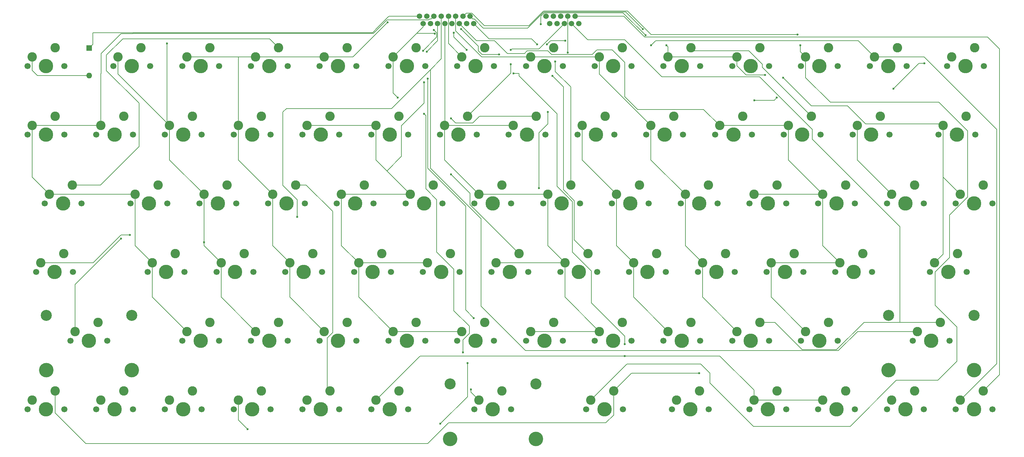
<source format=gbr>
G04 #@! TF.FileFunction,Copper,L2,Bot,Signal*
%FSLAX46Y46*%
G04 Gerber Fmt 4.6, Leading zero omitted, Abs format (unit mm)*
G04 Created by KiCad (PCBNEW 4.0.6) date 09/10/17 00:35:59*
%MOMM*%
%LPD*%
G01*
G04 APERTURE LIST*
%ADD10C,0.100000*%
%ADD11C,3.980180*%
%ADD12C,2.600000*%
%ADD13C,1.699260*%
%ADD14C,1.500000*%
%ADD15C,1.524000*%
%ADD16C,3.050000*%
%ADD17C,4.000000*%
%ADD18R,1.600000X1.600000*%
%ADD19O,1.600000X1.600000*%
%ADD20C,0.600000*%
%ADD21C,0.140000*%
G04 APERTURE END LIST*
D10*
D11*
X86250000Y-88250000D03*
D12*
X88790000Y-83170000D03*
X82440000Y-85710000D03*
D13*
X81170000Y-88250000D03*
X91330000Y-88250000D03*
D14*
X189500000Y-74500000D03*
X190500000Y-76500000D03*
X191500000Y-74500000D03*
X192500000Y-76500000D03*
X193500000Y-74500000D03*
X194500000Y-76500000D03*
X195500000Y-74500000D03*
X196500000Y-76500000D03*
X197500000Y-74500000D03*
X198500000Y-76500000D03*
X199500000Y-74500000D03*
X200500000Y-76500000D03*
X201500000Y-74500000D03*
X202500000Y-76500000D03*
X203500000Y-74500000D03*
X204500000Y-76500000D03*
D15*
X224500000Y-74500000D03*
D14*
X225500000Y-76500000D03*
X226500000Y-74500000D03*
X227500000Y-76500000D03*
X228500000Y-74500000D03*
X229500000Y-76500000D03*
X230500000Y-74500000D03*
X231500000Y-76500000D03*
X232500000Y-74500000D03*
X233500000Y-76500000D03*
D11*
X86250000Y-107250000D03*
D12*
X88790000Y-102170000D03*
X82440000Y-104710000D03*
D13*
X81170000Y-107250000D03*
X91330000Y-107250000D03*
D11*
X91000000Y-126250000D03*
D12*
X93540000Y-121170000D03*
X87190000Y-123710000D03*
D13*
X85920000Y-126250000D03*
X96080000Y-126250000D03*
D11*
X88625000Y-145250000D03*
D12*
X91165000Y-140170000D03*
X84815000Y-142710000D03*
D13*
X83545000Y-145250000D03*
X93705000Y-145250000D03*
D11*
X98125000Y-164250000D03*
D12*
X100665000Y-159170000D03*
X94315000Y-161710000D03*
D13*
X93045000Y-164250000D03*
X103205000Y-164250000D03*
D11*
X86250000Y-183250000D03*
D12*
X88790000Y-178170000D03*
X82440000Y-180710000D03*
D13*
X81170000Y-183250000D03*
X91330000Y-183250000D03*
D11*
X110000000Y-88250000D03*
D12*
X112540000Y-83170000D03*
X106190000Y-85710000D03*
D13*
X104920000Y-88250000D03*
X115080000Y-88250000D03*
D11*
X105250000Y-107250000D03*
D12*
X107790000Y-102170000D03*
X101440000Y-104710000D03*
D13*
X100170000Y-107250000D03*
X110330000Y-107250000D03*
D11*
X114750000Y-126250000D03*
D12*
X117290000Y-121170000D03*
X110940000Y-123710000D03*
D13*
X109670000Y-126250000D03*
X119830000Y-126250000D03*
D11*
X119500000Y-145250000D03*
D12*
X122040000Y-140170000D03*
X115690000Y-142710000D03*
D13*
X114420000Y-145250000D03*
X124580000Y-145250000D03*
D11*
X129000000Y-164250000D03*
D12*
X131540000Y-159170000D03*
X125190000Y-161710000D03*
D13*
X123920000Y-164250000D03*
X134080000Y-164250000D03*
D11*
X105250000Y-183250000D03*
D12*
X107790000Y-178170000D03*
X101440000Y-180710000D03*
D13*
X100170000Y-183250000D03*
X110330000Y-183250000D03*
D11*
X129000000Y-88250000D03*
D12*
X131540000Y-83170000D03*
X125190000Y-85710000D03*
D13*
X123920000Y-88250000D03*
X134080000Y-88250000D03*
D11*
X124250000Y-107250000D03*
D12*
X126790000Y-102170000D03*
X120440000Y-104710000D03*
D13*
X119170000Y-107250000D03*
X129330000Y-107250000D03*
D11*
X133750000Y-126250000D03*
D12*
X136290000Y-121170000D03*
X129940000Y-123710000D03*
D13*
X128670000Y-126250000D03*
X138830000Y-126250000D03*
D11*
X138500000Y-145250000D03*
D12*
X141040000Y-140170000D03*
X134690000Y-142710000D03*
D13*
X133420000Y-145250000D03*
X143580000Y-145250000D03*
D11*
X148000000Y-164250000D03*
D12*
X150540000Y-159170000D03*
X144190000Y-161710000D03*
D13*
X142920000Y-164250000D03*
X153080000Y-164250000D03*
D11*
X124250000Y-183250000D03*
D12*
X126790000Y-178170000D03*
X120440000Y-180710000D03*
D13*
X119170000Y-183250000D03*
X129330000Y-183250000D03*
D11*
X148000000Y-88250000D03*
D12*
X150540000Y-83170000D03*
X144190000Y-85710000D03*
D13*
X142920000Y-88250000D03*
X153080000Y-88250000D03*
D11*
X143250000Y-107250000D03*
D12*
X145790000Y-102170000D03*
X139440000Y-104710000D03*
D13*
X138170000Y-107250000D03*
X148330000Y-107250000D03*
D11*
X152750000Y-126250000D03*
D12*
X155290000Y-121170000D03*
X148940000Y-123710000D03*
D13*
X147670000Y-126250000D03*
X157830000Y-126250000D03*
D11*
X157500000Y-145250000D03*
D12*
X160040000Y-140170000D03*
X153690000Y-142710000D03*
D13*
X152420000Y-145250000D03*
X162580000Y-145250000D03*
D11*
X167000000Y-164250000D03*
D12*
X169540000Y-159170000D03*
X163190000Y-161710000D03*
D13*
X161920000Y-164250000D03*
X172080000Y-164250000D03*
D11*
X143250000Y-183250000D03*
D12*
X145790000Y-178170000D03*
X139440000Y-180710000D03*
D13*
X138170000Y-183250000D03*
X148330000Y-183250000D03*
D11*
X167000000Y-88250000D03*
D12*
X169540000Y-83170000D03*
X163190000Y-85710000D03*
D13*
X161920000Y-88250000D03*
X172080000Y-88250000D03*
D11*
X162250000Y-107250000D03*
D12*
X164790000Y-102170000D03*
X158440000Y-104710000D03*
D13*
X157170000Y-107250000D03*
X167330000Y-107250000D03*
D11*
X171750000Y-126250000D03*
D12*
X174290000Y-121170000D03*
X167940000Y-123710000D03*
D13*
X166670000Y-126250000D03*
X176830000Y-126250000D03*
D11*
X176500000Y-145250000D03*
D12*
X179040000Y-140170000D03*
X172690000Y-142710000D03*
D13*
X171420000Y-145250000D03*
X181580000Y-145250000D03*
D11*
X186000000Y-164250000D03*
D12*
X188540000Y-159170000D03*
X182190000Y-161710000D03*
D13*
X180920000Y-164250000D03*
X191080000Y-164250000D03*
D11*
X162250000Y-183250000D03*
D12*
X164790000Y-178170000D03*
X158440000Y-180710000D03*
D13*
X157170000Y-183250000D03*
X167330000Y-183250000D03*
D11*
X186000000Y-88250000D03*
D12*
X188540000Y-83170000D03*
X182190000Y-85710000D03*
D13*
X180920000Y-88250000D03*
X191080000Y-88250000D03*
D11*
X181250000Y-107250000D03*
D12*
X183790000Y-102170000D03*
X177440000Y-104710000D03*
D13*
X176170000Y-107250000D03*
X186330000Y-107250000D03*
D11*
X190750000Y-126250000D03*
D12*
X193290000Y-121170000D03*
X186940000Y-123710000D03*
D13*
X185670000Y-126250000D03*
X195830000Y-126250000D03*
D11*
X195500000Y-145250000D03*
D12*
X198040000Y-140170000D03*
X191690000Y-142710000D03*
D13*
X190420000Y-145250000D03*
X200580000Y-145250000D03*
D11*
X205000000Y-164250000D03*
D12*
X207540000Y-159170000D03*
X201190000Y-161710000D03*
D13*
X199920000Y-164250000D03*
X210080000Y-164250000D03*
D11*
X181250000Y-183250000D03*
D12*
X183790000Y-178170000D03*
X177440000Y-180710000D03*
D13*
X176170000Y-183250000D03*
X186330000Y-183250000D03*
D11*
X205000000Y-88250000D03*
D12*
X207540000Y-83170000D03*
X201190000Y-85710000D03*
D13*
X199920000Y-88250000D03*
X210080000Y-88250000D03*
D11*
X200250000Y-107250000D03*
D12*
X202790000Y-102170000D03*
X196440000Y-104710000D03*
D13*
X195170000Y-107250000D03*
X205330000Y-107250000D03*
D11*
X209750000Y-126250000D03*
D12*
X212290000Y-121170000D03*
X205940000Y-123710000D03*
D13*
X204670000Y-126250000D03*
X214830000Y-126250000D03*
D11*
X214500000Y-145250000D03*
D12*
X217040000Y-140170000D03*
X210690000Y-142710000D03*
D13*
X209420000Y-145250000D03*
X219580000Y-145250000D03*
D11*
X224000000Y-164250000D03*
D12*
X226540000Y-159170000D03*
X220190000Y-161710000D03*
D13*
X218920000Y-164250000D03*
X229080000Y-164250000D03*
D11*
X209750000Y-183250000D03*
D12*
X212290000Y-178170000D03*
X205940000Y-180710000D03*
D13*
X204670000Y-183250000D03*
X214830000Y-183250000D03*
D11*
X224000000Y-88250000D03*
D12*
X226540000Y-83170000D03*
X220190000Y-85710000D03*
D13*
X218920000Y-88250000D03*
X229080000Y-88250000D03*
D11*
X219250000Y-107250000D03*
D12*
X221790000Y-102170000D03*
X215440000Y-104710000D03*
D13*
X214170000Y-107250000D03*
X224330000Y-107250000D03*
D11*
X228750000Y-126250000D03*
D12*
X231290000Y-121170000D03*
X224940000Y-123710000D03*
D13*
X223670000Y-126250000D03*
X233830000Y-126250000D03*
D11*
X233500000Y-145250000D03*
D12*
X236040000Y-140170000D03*
X229690000Y-142710000D03*
D13*
X228420000Y-145250000D03*
X238580000Y-145250000D03*
D11*
X243000000Y-164250000D03*
D12*
X245540000Y-159170000D03*
X239190000Y-161710000D03*
D13*
X237920000Y-164250000D03*
X248080000Y-164250000D03*
D11*
X240625000Y-183250000D03*
D12*
X243165000Y-178170000D03*
X236815000Y-180710000D03*
D13*
X235545000Y-183250000D03*
X245705000Y-183250000D03*
D11*
X243000000Y-88250000D03*
D12*
X245540000Y-83170000D03*
X239190000Y-85710000D03*
D13*
X237920000Y-88250000D03*
X248080000Y-88250000D03*
D11*
X238250000Y-107250000D03*
D12*
X240790000Y-102170000D03*
X234440000Y-104710000D03*
D13*
X233170000Y-107250000D03*
X243330000Y-107250000D03*
D11*
X247750000Y-126250000D03*
D12*
X250290000Y-121170000D03*
X243940000Y-123710000D03*
D13*
X242670000Y-126250000D03*
X252830000Y-126250000D03*
D11*
X252500000Y-145250000D03*
D12*
X255040000Y-140170000D03*
X248690000Y-142710000D03*
D13*
X247420000Y-145250000D03*
X257580000Y-145250000D03*
D11*
X262000000Y-164250000D03*
D12*
X264540000Y-159170000D03*
X258190000Y-161710000D03*
D13*
X256920000Y-164250000D03*
X267080000Y-164250000D03*
D11*
X264375000Y-183250000D03*
D12*
X266915000Y-178170000D03*
X260565000Y-180710000D03*
D13*
X259295000Y-183250000D03*
X269455000Y-183250000D03*
D11*
X262000000Y-88250000D03*
D12*
X264540000Y-83170000D03*
X258190000Y-85710000D03*
D13*
X256920000Y-88250000D03*
X267080000Y-88250000D03*
D11*
X257250000Y-107250000D03*
D12*
X259790000Y-102170000D03*
X253440000Y-104710000D03*
D13*
X252170000Y-107250000D03*
X262330000Y-107250000D03*
D11*
X266750000Y-126250000D03*
D12*
X269290000Y-121170000D03*
X262940000Y-123710000D03*
D13*
X261670000Y-126250000D03*
X271830000Y-126250000D03*
D11*
X271500000Y-145250000D03*
D12*
X274040000Y-140170000D03*
X267690000Y-142710000D03*
D13*
X266420000Y-145250000D03*
X276580000Y-145250000D03*
D11*
X281000000Y-164250000D03*
D12*
X283540000Y-159170000D03*
X277190000Y-161710000D03*
D13*
X275920000Y-164250000D03*
X286080000Y-164250000D03*
D11*
X285750000Y-183250000D03*
D12*
X288290000Y-178170000D03*
X281940000Y-180710000D03*
D13*
X280670000Y-183250000D03*
X290830000Y-183250000D03*
D11*
X281000000Y-88250000D03*
D12*
X283540000Y-83170000D03*
X277190000Y-85710000D03*
D13*
X275920000Y-88250000D03*
X286080000Y-88250000D03*
D11*
X276250000Y-107250000D03*
D12*
X278790000Y-102170000D03*
X272440000Y-104710000D03*
D13*
X271170000Y-107250000D03*
X281330000Y-107250000D03*
D11*
X285750000Y-126250000D03*
D12*
X288290000Y-121170000D03*
X281940000Y-123710000D03*
D13*
X280670000Y-126250000D03*
X290830000Y-126250000D03*
D11*
X290500000Y-145250000D03*
D12*
X293040000Y-140170000D03*
X286690000Y-142710000D03*
D13*
X285420000Y-145250000D03*
X295580000Y-145250000D03*
D11*
X300000000Y-164250000D03*
D12*
X302540000Y-159170000D03*
X296190000Y-161710000D03*
D13*
X294920000Y-164250000D03*
X305080000Y-164250000D03*
D11*
X323750000Y-183250000D03*
D12*
X326290000Y-178170000D03*
X319940000Y-180710000D03*
D13*
X318670000Y-183250000D03*
X328830000Y-183250000D03*
D11*
X300000000Y-88250000D03*
D12*
X302540000Y-83170000D03*
X296190000Y-85710000D03*
D13*
X294920000Y-88250000D03*
X305080000Y-88250000D03*
D11*
X295250000Y-107250000D03*
D12*
X297790000Y-102170000D03*
X291440000Y-104710000D03*
D13*
X290170000Y-107250000D03*
X300330000Y-107250000D03*
D11*
X304750000Y-126250000D03*
D12*
X307290000Y-121170000D03*
X300940000Y-123710000D03*
D13*
X299670000Y-126250000D03*
X309830000Y-126250000D03*
D11*
X309500000Y-145250000D03*
D12*
X312040000Y-140170000D03*
X305690000Y-142710000D03*
D13*
X304420000Y-145250000D03*
X314580000Y-145250000D03*
D11*
X330875000Y-164250000D03*
D12*
X333415000Y-159170000D03*
X327065000Y-161710000D03*
D13*
X325795000Y-164250000D03*
X335955000Y-164250000D03*
D11*
X304750000Y-183250000D03*
D12*
X307290000Y-178170000D03*
X300940000Y-180710000D03*
D13*
X299670000Y-183250000D03*
X309830000Y-183250000D03*
D11*
X319000000Y-88250000D03*
D12*
X321540000Y-83170000D03*
X315190000Y-85710000D03*
D13*
X313920000Y-88250000D03*
X324080000Y-88250000D03*
D11*
X314250000Y-107250000D03*
D12*
X316790000Y-102170000D03*
X310440000Y-104710000D03*
D13*
X309170000Y-107250000D03*
X319330000Y-107250000D03*
D11*
X323750000Y-126250000D03*
D12*
X326290000Y-121170000D03*
X319940000Y-123710000D03*
D13*
X318670000Y-126250000D03*
X328830000Y-126250000D03*
D11*
X335625000Y-145250000D03*
D12*
X338165000Y-140170000D03*
X331815000Y-142710000D03*
D13*
X330545000Y-145250000D03*
X340705000Y-145250000D03*
D11*
X342750000Y-183250000D03*
D12*
X345290000Y-178170000D03*
X338940000Y-180710000D03*
D13*
X337670000Y-183250000D03*
X347830000Y-183250000D03*
D11*
X340375000Y-88250000D03*
D12*
X342915000Y-83170000D03*
X336565000Y-85710000D03*
D13*
X335295000Y-88250000D03*
X345455000Y-88250000D03*
D11*
X338000000Y-107250000D03*
D12*
X340540000Y-102170000D03*
X334190000Y-104710000D03*
D13*
X332920000Y-107250000D03*
X343080000Y-107250000D03*
D11*
X342750000Y-126250000D03*
D12*
X345290000Y-121170000D03*
X338940000Y-123710000D03*
D13*
X337670000Y-126250000D03*
X347830000Y-126250000D03*
D16*
X86325000Y-157250000D03*
X110025000Y-157250000D03*
D17*
X110025000Y-172450000D03*
X86325000Y-172450000D03*
D16*
X319075000Y-157250000D03*
X342775000Y-157250000D03*
D17*
X342775000Y-172450000D03*
X319075000Y-172450000D03*
D16*
X197950000Y-176250000D03*
X221650000Y-176250000D03*
D17*
X221650000Y-191450000D03*
X197950000Y-191450000D03*
D18*
X98250000Y-83250000D03*
D19*
X98250000Y-90870000D03*
D20*
X223045973Y-76621550D03*
X285000000Y-90750000D03*
X290000000Y-91500000D03*
X203750000Y-177750000D03*
X201500000Y-167500000D03*
X190750000Y-101500000D03*
X183500000Y-97000000D03*
X257750000Y-82500000D03*
X252000000Y-79750000D03*
X193750000Y-79250000D03*
X180719342Y-76132057D03*
X119750000Y-82000000D03*
X130000000Y-137000000D03*
X109500000Y-135000000D03*
X191500000Y-84250000D03*
X190750000Y-92750000D03*
X107000000Y-136000000D03*
X155750000Y-130000000D03*
X195250000Y-187250000D03*
X193500000Y-78250000D03*
X190500000Y-84000000D03*
X191750000Y-91750000D03*
X204500000Y-158000000D03*
X202750000Y-170500000D03*
X294750000Y-82500000D03*
X294000000Y-79500000D03*
X246250000Y-168500000D03*
X246250000Y-165250000D03*
X215500000Y-90250000D03*
X211500000Y-85000000D03*
X201000000Y-78000000D03*
X253500000Y-82500000D03*
X251250000Y-78000000D03*
X142000000Y-188750000D03*
X329000000Y-87500000D03*
X320500000Y-94500000D03*
X288250000Y-97000000D03*
X282000000Y-97750000D03*
X229750000Y-81250000D03*
X224750000Y-82250000D03*
X222000000Y-82250000D03*
X202500000Y-83750000D03*
X199000000Y-79000000D03*
X222500000Y-122000000D03*
X225000000Y-101000000D03*
X198250000Y-118250000D03*
X226250000Y-91000000D03*
X227000000Y-87000000D03*
X214750000Y-87750000D03*
X214750000Y-83750000D03*
X198250000Y-102750000D03*
X230500000Y-84500000D03*
X266750000Y-173250000D03*
D21*
X99250000Y-81500000D02*
X99250000Y-82250000D01*
X189500000Y-74500000D02*
X181000000Y-74500000D01*
X176500000Y-79000000D02*
X99250000Y-79000000D01*
X178000000Y-77500000D02*
X176500000Y-79000000D01*
X178000000Y-77500000D02*
X181000000Y-74500000D01*
X99250000Y-81500000D02*
X99250000Y-79000000D01*
X99250000Y-82250000D02*
X98250000Y-83250000D01*
X252000000Y-79750000D02*
X245750000Y-73500000D01*
X223045973Y-76197286D02*
X223045973Y-76621550D01*
X223045973Y-74454027D02*
X223045973Y-76197286D01*
X245750000Y-73500000D02*
X224000000Y-73500000D01*
X224000000Y-73500000D02*
X223045973Y-74454027D01*
X334190000Y-104710000D02*
X333730000Y-104250000D01*
X333730000Y-104250000D02*
X312750000Y-104250000D01*
X277190000Y-88190000D02*
X277190000Y-85710000D01*
X279750000Y-90750000D02*
X277190000Y-88190000D01*
X285000000Y-90750000D02*
X279750000Y-90750000D01*
X297750000Y-99250000D02*
X290000000Y-91500000D01*
X307750000Y-99250000D02*
X297750000Y-99250000D01*
X312750000Y-104250000D02*
X307750000Y-99250000D01*
X182190000Y-85710000D02*
X182190000Y-95690000D01*
X203750000Y-178520000D02*
X205940000Y-180710000D01*
X203750000Y-177750000D02*
X203750000Y-178520000D01*
X201500000Y-164000000D02*
X201500000Y-167500000D01*
X203250000Y-162250000D02*
X201500000Y-164000000D01*
X203250000Y-160250000D02*
X203250000Y-162250000D01*
X199000000Y-156000000D02*
X203250000Y-160250000D01*
X199000000Y-144500000D02*
X199000000Y-156000000D01*
X194250000Y-139750000D02*
X199000000Y-144500000D01*
X194250000Y-125250000D02*
X194250000Y-139750000D01*
X191250000Y-122250000D02*
X194250000Y-125250000D01*
X191250000Y-102000000D02*
X191250000Y-122250000D01*
X190750000Y-101500000D02*
X191250000Y-102000000D01*
X182190000Y-95690000D02*
X183500000Y-97000000D01*
X188700000Y-79200000D02*
X193700000Y-79200000D01*
X258190000Y-82940000D02*
X258190000Y-85710000D01*
X257750000Y-82500000D02*
X258190000Y-82940000D01*
X193700000Y-79200000D02*
X193750000Y-79250000D01*
X190500000Y-76500000D02*
X190500000Y-77400000D01*
X190500000Y-77400000D02*
X188700000Y-79200000D01*
X188700000Y-79200000D02*
X182190000Y-85710000D01*
X334190000Y-118960000D02*
X334190000Y-140335000D01*
X334190000Y-140335000D02*
X331815000Y-142710000D01*
X334190000Y-104710000D02*
X334190000Y-118960000D01*
X334190000Y-118960000D02*
X338940000Y-123710000D01*
X258190000Y-85710000D02*
X277190000Y-85710000D01*
X163190000Y-85710000D02*
X171141399Y-85710000D01*
X171141399Y-85710000D02*
X180419343Y-76432056D01*
X180419343Y-76432056D02*
X180719342Y-76132057D01*
X139440000Y-104710000D02*
X139440000Y-114210000D01*
X139440000Y-114210000D02*
X148940000Y-123710000D01*
X148940000Y-123710000D02*
X148940000Y-137960000D01*
X148940000Y-137960000D02*
X153690000Y-142710000D01*
X153690000Y-142710000D02*
X153690000Y-152210000D01*
X153690000Y-152210000D02*
X163190000Y-161710000D01*
X139440000Y-104710000D02*
X139440000Y-85710000D01*
X139500000Y-85750000D02*
X139500000Y-85710000D01*
X139480000Y-85750000D02*
X139500000Y-85750000D01*
X139440000Y-85710000D02*
X139480000Y-85750000D01*
X125190000Y-85710000D02*
X139500000Y-85710000D01*
X139500000Y-85710000D02*
X144190000Y-85710000D01*
X144190000Y-85710000D02*
X163190000Y-85710000D01*
X119750000Y-82000000D02*
X119750000Y-104020000D01*
X119750000Y-104020000D02*
X120440000Y-104710000D01*
X84815000Y-142710000D02*
X99290000Y-142710000D01*
X130000000Y-137000000D02*
X129940000Y-137000000D01*
X107000000Y-135000000D02*
X109500000Y-135000000D01*
X99290000Y-142710000D02*
X107000000Y-135000000D01*
X106190000Y-85710000D02*
X106190000Y-90460000D01*
X106190000Y-90460000D02*
X120440000Y-104710000D01*
X120440000Y-104710000D02*
X120440000Y-114210000D01*
X120440000Y-114210000D02*
X129940000Y-123710000D01*
X129940000Y-123710000D02*
X129940000Y-137000000D01*
X129940000Y-137000000D02*
X129940000Y-137960000D01*
X129940000Y-137960000D02*
X134690000Y-142710000D01*
X134690000Y-142710000D02*
X134690000Y-152210000D01*
X134690000Y-152210000D02*
X144190000Y-161710000D01*
X110250000Y-79250000D02*
X107000000Y-79250000D01*
X101500000Y-90250000D02*
X101440000Y-90250000D01*
X101500000Y-84750000D02*
X101500000Y-90250000D01*
X107000000Y-79250000D02*
X101500000Y-84750000D01*
X193500000Y-74500000D02*
X192750000Y-75250000D01*
X101440000Y-90250000D02*
X101440000Y-104710000D01*
X110257998Y-79242002D02*
X110250000Y-79250000D01*
X176757998Y-79242002D02*
X110257998Y-79242002D01*
X180500000Y-75500000D02*
X176757998Y-79242002D01*
X192000000Y-75500000D02*
X180500000Y-75500000D01*
X192250000Y-75250000D02*
X192000000Y-75500000D01*
X192750000Y-75250000D02*
X192250000Y-75250000D01*
X115690000Y-142710000D02*
X115690000Y-152210000D01*
X115690000Y-152210000D02*
X125190000Y-161710000D01*
X110940000Y-123710000D02*
X110940000Y-137960000D01*
X110940000Y-137960000D02*
X115690000Y-142710000D01*
X82440000Y-104710000D02*
X82440000Y-118960000D01*
X82440000Y-118960000D02*
X87190000Y-123710000D01*
X87190000Y-123710000D02*
X110940000Y-123710000D01*
X101440000Y-104710000D02*
X82440000Y-104710000D01*
X180490000Y-117260000D02*
X184500000Y-113250000D01*
X194500000Y-81250000D02*
X194500000Y-76500000D01*
X191500000Y-84250000D02*
X194500000Y-81250000D01*
X190750000Y-98500000D02*
X190750000Y-92750000D01*
X184500000Y-104750000D02*
X190750000Y-98500000D01*
X184500000Y-113250000D02*
X184500000Y-104750000D01*
X182190000Y-161710000D02*
X201190000Y-161710000D01*
X172690000Y-142710000D02*
X191690000Y-142710000D01*
X172690000Y-142710000D02*
X172690000Y-152210000D01*
X172690000Y-152210000D02*
X182190000Y-161710000D01*
X167940000Y-123710000D02*
X167940000Y-137960000D01*
X167940000Y-137960000D02*
X172690000Y-142710000D01*
X186940000Y-123710000D02*
X167940000Y-123710000D01*
X177440000Y-104710000D02*
X177440000Y-114210000D01*
X177440000Y-114210000D02*
X180490000Y-117260000D01*
X180490000Y-117260000D02*
X186940000Y-123710000D01*
X158440000Y-104710000D02*
X177440000Y-104710000D01*
X192500000Y-89250000D02*
X192500000Y-116500000D01*
X310540000Y-161710000D02*
X327065000Y-161710000D01*
X305250000Y-167000000D02*
X310540000Y-161710000D01*
X218750000Y-167000000D02*
X305250000Y-167000000D01*
X206500000Y-154750000D02*
X218750000Y-167000000D01*
X206500000Y-130500000D02*
X206500000Y-154750000D01*
X192500000Y-116500000D02*
X206500000Y-130500000D01*
X195500000Y-74500000D02*
X195500000Y-86250000D01*
X94315000Y-148685000D02*
X94315000Y-161710000D01*
X107000000Y-136000000D02*
X94315000Y-148685000D01*
X155750000Y-125250000D02*
X155750000Y-130000000D01*
X151750000Y-121250000D02*
X155750000Y-125250000D01*
X151750000Y-101000000D02*
X151750000Y-121250000D01*
X152750000Y-100000000D02*
X151750000Y-101000000D01*
X181750000Y-100000000D02*
X152750000Y-100000000D01*
X195500000Y-86250000D02*
X192500000Y-89250000D01*
X192500000Y-89250000D02*
X181750000Y-100000000D01*
X239190000Y-161710000D02*
X220190000Y-161710000D01*
X229690000Y-142710000D02*
X229690000Y-152210000D01*
X229690000Y-152210000D02*
X239190000Y-161710000D01*
X229690000Y-142710000D02*
X210690000Y-142710000D01*
X224940000Y-123710000D02*
X224940000Y-137960000D01*
X224940000Y-137960000D02*
X229690000Y-142710000D01*
X205940000Y-123710000D02*
X224940000Y-123710000D01*
X196440000Y-104710000D02*
X196440000Y-114210000D01*
X196440000Y-114210000D02*
X205940000Y-123710000D01*
X196500000Y-76500000D02*
X196500000Y-104650000D01*
X196500000Y-104650000D02*
X196440000Y-104710000D01*
X215440000Y-104710000D02*
X196440000Y-104710000D01*
X310440000Y-104710000D02*
X310440000Y-114210000D01*
X310440000Y-114210000D02*
X319940000Y-123710000D01*
X248690000Y-142710000D02*
X248690000Y-152210000D01*
X248690000Y-152210000D02*
X258190000Y-161710000D01*
X243940000Y-123710000D02*
X243940000Y-137960000D01*
X243940000Y-137960000D02*
X248690000Y-142710000D01*
X234440000Y-104710000D02*
X234440000Y-114210000D01*
X234440000Y-114210000D02*
X243940000Y-123710000D01*
X197500000Y-74500000D02*
X197500000Y-82020000D01*
X197500000Y-82020000D02*
X201190000Y-85710000D01*
X194250000Y-79000000D02*
X193500000Y-78250000D01*
X194250000Y-80250000D02*
X194250000Y-79000000D01*
X190500000Y-84000000D02*
X194250000Y-80250000D01*
X191750000Y-116500000D02*
X191750000Y-91750000D01*
X202250000Y-127000000D02*
X191750000Y-116500000D01*
X202250000Y-155750000D02*
X202250000Y-127000000D01*
X204500000Y-158000000D02*
X202250000Y-155750000D01*
X202750000Y-179750000D02*
X202750000Y-170500000D01*
X202750000Y-179750000D02*
X195250000Y-187250000D01*
X267690000Y-142710000D02*
X267690000Y-152210000D01*
X267690000Y-152210000D02*
X277190000Y-161710000D01*
X262940000Y-123710000D02*
X262940000Y-137960000D01*
X262940000Y-137960000D02*
X267690000Y-142710000D01*
X253440000Y-104710000D02*
X253440000Y-114210000D01*
X253440000Y-114210000D02*
X262940000Y-123710000D01*
X239190000Y-85710000D02*
X239190000Y-90460000D01*
X239190000Y-90460000D02*
X253440000Y-104710000D01*
X220190000Y-85710000D02*
X239190000Y-85710000D01*
X199500000Y-74500000D02*
X199500000Y-78500000D01*
X206710000Y-85710000D02*
X220190000Y-85710000D01*
X199500000Y-78500000D02*
X206710000Y-85710000D01*
X200500000Y-76500000D02*
X205250000Y-81250000D01*
X267980000Y-100250000D02*
X272440000Y-104710000D01*
X249750000Y-100250000D02*
X267980000Y-100250000D01*
X246250000Y-96750000D02*
X249750000Y-100250000D01*
X246250000Y-87250000D02*
X246250000Y-96750000D01*
X242750000Y-83750000D02*
X246250000Y-87250000D01*
X238500000Y-83750000D02*
X242750000Y-83750000D01*
X237250000Y-85000000D02*
X238500000Y-83750000D01*
X226000000Y-85000000D02*
X237250000Y-85000000D01*
X225000000Y-84000000D02*
X226000000Y-85000000D01*
X219250000Y-84000000D02*
X225000000Y-84000000D01*
X218500000Y-84750000D02*
X219250000Y-84000000D01*
X213750000Y-84750000D02*
X218500000Y-84750000D01*
X210250000Y-81250000D02*
X213750000Y-84750000D01*
X205250000Y-81250000D02*
X210250000Y-81250000D01*
X286690000Y-142710000D02*
X286690000Y-152210000D01*
X286690000Y-152210000D02*
X296190000Y-161710000D01*
X286690000Y-142710000D02*
X305690000Y-142710000D01*
X300940000Y-123710000D02*
X300940000Y-137960000D01*
X300940000Y-137960000D02*
X305690000Y-142710000D01*
X281940000Y-123710000D02*
X300940000Y-123710000D01*
X291440000Y-104710000D02*
X291440000Y-114210000D01*
X291440000Y-114210000D02*
X300940000Y-123710000D01*
X272440000Y-104710000D02*
X291440000Y-104710000D01*
X294000000Y-79500000D02*
X253500000Y-79500000D01*
X253500000Y-79500000D02*
X247000000Y-73000000D01*
X247000000Y-73000000D02*
X223750000Y-73000000D01*
X223750000Y-73000000D02*
X219706559Y-77043441D01*
X219706559Y-77043441D02*
X207408003Y-77043441D01*
X207408003Y-77043441D02*
X203942561Y-73577999D01*
X203942561Y-73577999D02*
X202422001Y-73577999D01*
X202422001Y-73577999D02*
X201500000Y-74500000D01*
X296190000Y-85710000D02*
X296190000Y-91440000D01*
X246775000Y-170750000D02*
X236815000Y-180710000D01*
X267250000Y-170750000D02*
X246775000Y-170750000D01*
X269750000Y-173250000D02*
X267250000Y-170750000D01*
X269750000Y-176000000D02*
X269750000Y-173250000D01*
X281750000Y-188000000D02*
X269750000Y-176000000D01*
X308500000Y-188000000D02*
X281750000Y-188000000D01*
X321250000Y-175250000D02*
X308500000Y-188000000D01*
X332750000Y-175250000D02*
X321250000Y-175250000D01*
X338000000Y-170000000D02*
X332750000Y-175250000D01*
X338000000Y-160500000D02*
X338000000Y-170000000D01*
X332000000Y-154500000D02*
X338000000Y-160500000D01*
X332000000Y-145250000D02*
X332000000Y-154500000D01*
X336000000Y-141250000D02*
X332000000Y-145250000D01*
X336000000Y-129500000D02*
X336000000Y-141250000D01*
X341000000Y-124500000D02*
X336000000Y-129500000D01*
X341000000Y-106250000D02*
X341000000Y-124500000D01*
X333000000Y-98250000D02*
X341000000Y-106250000D01*
X303000000Y-98250000D02*
X333000000Y-98250000D01*
X296190000Y-91440000D02*
X303000000Y-98250000D01*
X294750000Y-84270000D02*
X296190000Y-85710000D01*
X294750000Y-82500000D02*
X294750000Y-84270000D01*
X246250000Y-163000000D02*
X246250000Y-165250000D01*
X237000000Y-153750000D02*
X246250000Y-163000000D01*
X237000000Y-145000000D02*
X237000000Y-153750000D01*
X231750000Y-139750000D02*
X237000000Y-145000000D01*
X231750000Y-125750000D02*
X231750000Y-139750000D01*
X227500000Y-121500000D02*
X231750000Y-125750000D01*
X227500000Y-101500000D02*
X227500000Y-121500000D01*
X217000000Y-91000000D02*
X227500000Y-101500000D01*
X217000000Y-90250000D02*
X217000000Y-91000000D01*
X215500000Y-90250000D02*
X217000000Y-90250000D01*
X206750000Y-85000000D02*
X211500000Y-85000000D01*
X205750000Y-84000000D02*
X206750000Y-85000000D01*
X205750000Y-82750000D02*
X205750000Y-84000000D01*
X201000000Y-78000000D02*
X205750000Y-82750000D01*
X281940000Y-180710000D02*
X281940000Y-177940000D01*
X189650000Y-168500000D02*
X177440000Y-180710000D01*
X272500000Y-168500000D02*
X246250000Y-168500000D01*
X246250000Y-168500000D02*
X189650000Y-168500000D01*
X281940000Y-177940000D02*
X272500000Y-168500000D01*
X281940000Y-180710000D02*
X300940000Y-180710000D01*
X203500000Y-74500000D02*
X204249999Y-75249999D01*
X246500000Y-73250000D02*
X251250000Y-78000000D01*
X204249999Y-75249999D02*
X204614561Y-75249999D01*
X204614561Y-75249999D02*
X207135644Y-77771082D01*
X207135644Y-77771082D02*
X219386676Y-77771082D01*
X219386676Y-77771082D02*
X223907758Y-73250000D01*
X223907758Y-73250000D02*
X246500000Y-73250000D01*
X310730000Y-81250000D02*
X315190000Y-85710000D01*
X254750000Y-81250000D02*
X310730000Y-81250000D01*
X253500000Y-82500000D02*
X254750000Y-81250000D01*
X315190000Y-85710000D02*
X328960000Y-85710000D01*
X349000000Y-170650000D02*
X338940000Y-180710000D01*
X349000000Y-105750000D02*
X349000000Y-170650000D01*
X328960000Y-85710000D02*
X349000000Y-105750000D01*
X139440000Y-186190000D02*
X139440000Y-180710000D01*
X142000000Y-188750000D02*
X139440000Y-186190000D01*
X204500000Y-76500000D02*
X208750000Y-80750000D01*
X327500000Y-87500000D02*
X329000000Y-87500000D01*
X320500000Y-94500000D02*
X327500000Y-87500000D01*
X287500000Y-97750000D02*
X288250000Y-97000000D01*
X282000000Y-97750000D02*
X287500000Y-97750000D01*
X225750000Y-81250000D02*
X229750000Y-81250000D01*
X224750000Y-82250000D02*
X225750000Y-81250000D01*
X220500000Y-80750000D02*
X222000000Y-82250000D01*
X208750000Y-80750000D02*
X220500000Y-80750000D01*
X93540000Y-121170000D02*
X101330000Y-121170000D01*
X148120000Y-80750000D02*
X150540000Y-83170000D01*
X107500000Y-80750000D02*
X148120000Y-80750000D01*
X103000000Y-85250000D02*
X107500000Y-80750000D01*
X103000000Y-89500000D02*
X103000000Y-85250000D01*
X112000000Y-98500000D02*
X103000000Y-89500000D01*
X112000000Y-110500000D02*
X112000000Y-98500000D01*
X101330000Y-121170000D02*
X112000000Y-110500000D01*
X202500000Y-83750000D02*
X199000000Y-80250000D01*
X199000000Y-80250000D02*
X199000000Y-79000000D01*
X222500000Y-106750000D02*
X222500000Y-122000000D01*
X225000000Y-104250000D02*
X222500000Y-106750000D01*
X225000000Y-101000000D02*
X225000000Y-104250000D01*
X203500000Y-126630000D02*
X217040000Y-140170000D01*
X203500000Y-123500000D02*
X203500000Y-126630000D01*
X198250000Y-118250000D02*
X203500000Y-123500000D01*
X232250000Y-136380000D02*
X236040000Y-140170000D01*
X232250000Y-125500000D02*
X232250000Y-136380000D01*
X229250000Y-122500000D02*
X232250000Y-125500000D01*
X229250000Y-94000000D02*
X229250000Y-122500000D01*
X226250000Y-91000000D02*
X229250000Y-94000000D01*
X227000000Y-87000000D02*
X227000000Y-89750000D01*
X227000000Y-89750000D02*
X231290000Y-94040000D01*
X231290000Y-94040000D02*
X231290000Y-121170000D01*
X155290000Y-121170000D02*
X158170000Y-121170000D01*
X164000000Y-163500000D02*
X164000000Y-177380000D01*
X165500000Y-162000000D02*
X164000000Y-163500000D01*
X165500000Y-128500000D02*
X165500000Y-162000000D01*
X158170000Y-121170000D02*
X165500000Y-128500000D01*
X164000000Y-177380000D02*
X164790000Y-178170000D01*
X229500000Y-76500000D02*
X222500000Y-83500000D01*
X214750000Y-90210000D02*
X202790000Y-102170000D01*
X214750000Y-87750000D02*
X214750000Y-90210000D01*
X215000000Y-83500000D02*
X214750000Y-83750000D01*
X222500000Y-83500000D02*
X215000000Y-83500000D01*
X280500000Y-84000000D02*
X284250000Y-87750000D01*
X265370000Y-84000000D02*
X280500000Y-84000000D01*
X284250000Y-88630000D02*
X297790000Y-102170000D01*
X284250000Y-87750000D02*
X284250000Y-88630000D01*
X264540000Y-83170000D02*
X265370000Y-84000000D01*
X221790000Y-102170000D02*
X206080000Y-102170000D01*
X199500000Y-104000000D02*
X198250000Y-102750000D01*
X204250000Y-104000000D02*
X199500000Y-104000000D01*
X206080000Y-102170000D02*
X204250000Y-104000000D01*
X230500000Y-74500000D02*
X230500000Y-84500000D01*
X322250000Y-159170000D02*
X322250000Y-132750000D01*
X236000000Y-81000000D02*
X231500000Y-76500000D01*
X246250000Y-81000000D02*
X236000000Y-81000000D01*
X256500000Y-91250000D02*
X246250000Y-81000000D01*
X283500000Y-91250000D02*
X256500000Y-91250000D01*
X298000000Y-105750000D02*
X283500000Y-91250000D01*
X298000000Y-108500000D02*
X298000000Y-105750000D01*
X322250000Y-132750000D02*
X298000000Y-108500000D01*
X283540000Y-159170000D02*
X287670000Y-159170000D01*
X312330000Y-159170000D02*
X322250000Y-159170000D01*
X322250000Y-159170000D02*
X333415000Y-159170000D01*
X304750000Y-166750000D02*
X312330000Y-159170000D01*
X295250000Y-166750000D02*
X304750000Y-166750000D01*
X287670000Y-159170000D02*
X295250000Y-166750000D01*
X88790000Y-178170000D02*
X88790000Y-184290000D01*
X243165000Y-184835000D02*
X243165000Y-178170000D01*
X241000000Y-187000000D02*
X243165000Y-184835000D01*
X197500000Y-187000000D02*
X241000000Y-187000000D01*
X191750000Y-192750000D02*
X197500000Y-187000000D01*
X97250000Y-192750000D02*
X191750000Y-192750000D01*
X88790000Y-184290000D02*
X97250000Y-192750000D01*
X248085000Y-173250000D02*
X243165000Y-178170000D01*
X266750000Y-173250000D02*
X248085000Y-173250000D01*
X232500000Y-74500000D02*
X246000000Y-74500000D01*
X349750000Y-173710000D02*
X345290000Y-178170000D01*
X349750000Y-83500000D02*
X349750000Y-173710000D01*
X346500000Y-80250000D02*
X349750000Y-83500000D01*
X251750000Y-80250000D02*
X346500000Y-80250000D01*
X246000000Y-74500000D02*
X251750000Y-80250000D01*
X98250000Y-90870000D02*
X83870000Y-90870000D01*
X82440000Y-89440000D02*
X82440000Y-85710000D01*
X83870000Y-90870000D02*
X82440000Y-89440000D01*
M02*

</source>
